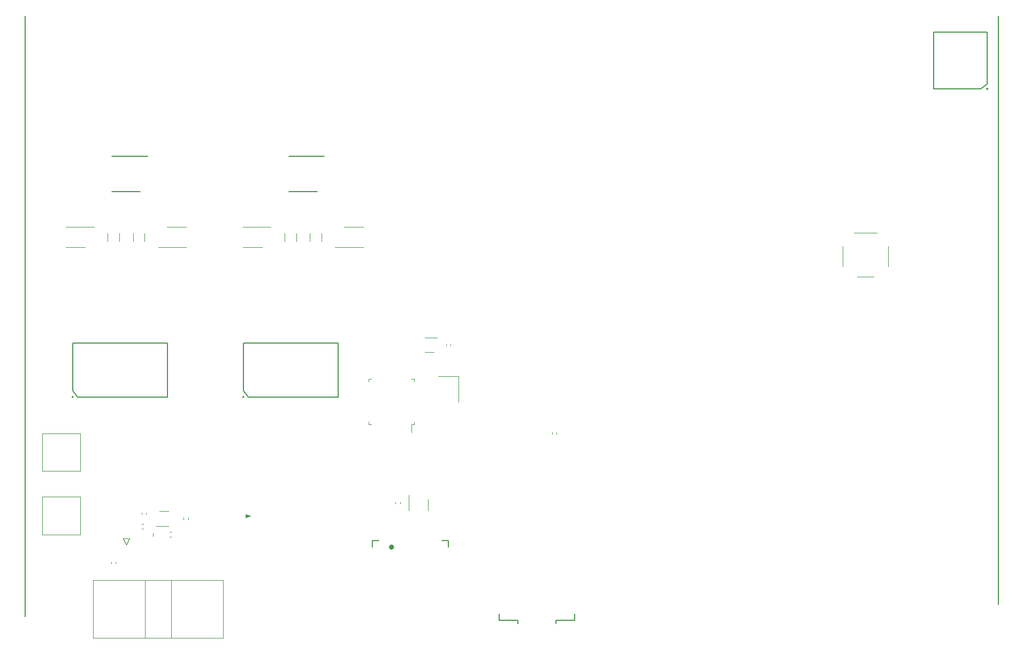
<source format=gbr>
%TF.GenerationSoftware,KiCad,Pcbnew,6.0.1-79c1e3a40b~116~ubuntu18.04.1*%
%TF.CreationDate,2022-01-20T05:24:45+01:00*%
%TF.ProjectId,ss_mb_mockup,73735f6d-625f-46d6-9f63-6b75702e6b69,Rev0.1*%
%TF.SameCoordinates,PX42c1d80PY93d1cc0*%
%TF.FileFunction,Legend,Bot*%
%TF.FilePolarity,Positive*%
%FSLAX46Y46*%
G04 Gerber Fmt 4.6, Leading zero omitted, Abs format (unit mm)*
G04 Created by KiCad (PCBNEW 6.0.1-79c1e3a40b~116~ubuntu18.04.1) date 2022-01-20 05:24:45*
%MOMM*%
%LPD*%
G01*
G04 APERTURE LIST*
%ADD10C,0.200000*%
%ADD11C,0.120000*%
%ADD12C,0.100000*%
%ADD13C,0.400000*%
%ADD14C,0.150000*%
G04 APERTURE END LIST*
D10*
X157000000Y0D02*
X157000000Y-93000000D01*
X3000000Y0D02*
X3000000Y-95000000D01*
D11*
%TO.C,C210*%
X69640000Y-51892164D02*
X69640000Y-52107836D01*
X70360000Y-51892164D02*
X70360000Y-52107836D01*
%TO.C,C1010*%
X21440000Y-78592164D02*
X21440000Y-78807836D01*
X22160000Y-78592164D02*
X22160000Y-78807836D01*
D12*
%TO.C,J201*%
X38666000Y-79110000D02*
X37904000Y-78856000D01*
X37904000Y-78856000D02*
X37904000Y-79364000D01*
X37904000Y-79364000D02*
X38666000Y-79110000D01*
G36*
X38666000Y-79110000D02*
G01*
X37904000Y-79364000D01*
X37904000Y-78856000D01*
X38666000Y-79110000D01*
G37*
X38666000Y-79110000D02*
X37904000Y-79364000D01*
X37904000Y-78856000D01*
X38666000Y-79110000D01*
D11*
%TO.C,R1212*%
X17910000Y-34397936D02*
X17910000Y-35602064D01*
X16090000Y-34397936D02*
X16090000Y-35602064D01*
%TO.C,R1505*%
X48090000Y-35602064D02*
X48090000Y-34397936D01*
X49910000Y-35602064D02*
X49910000Y-34397936D01*
%TO.C,R1512*%
X44090000Y-34397936D02*
X44090000Y-35602064D01*
X45910000Y-34397936D02*
X45910000Y-35602064D01*
%TO.C,SW2001*%
X5740000Y-76000000D02*
X5740000Y-82000000D01*
X11740000Y-76000000D02*
X5740000Y-76000000D01*
X5740000Y-82000000D02*
X11740000Y-82000000D01*
X11740000Y-82000000D02*
X11740000Y-76000000D01*
%TO.C,U201*%
X57390000Y-57840000D02*
X57390000Y-57390000D01*
X57390000Y-57390000D02*
X57840000Y-57390000D01*
X57390000Y-64610000D02*
X57840000Y-64610000D01*
X64610000Y-57840000D02*
X64610000Y-57390000D01*
X64610000Y-64610000D02*
X64160000Y-64610000D01*
X64610000Y-57390000D02*
X64160000Y-57390000D01*
X64610000Y-64160000D02*
X64610000Y-64610000D01*
X57390000Y-64160000D02*
X57390000Y-64610000D01*
X64160000Y-64610000D02*
X64160000Y-65900000D01*
%TO.C,U202*%
X67700000Y-53160000D02*
X66300000Y-53160000D01*
X66300000Y-50840000D02*
X68200000Y-50840000D01*
%TO.C,U1001*%
X66810000Y-76430000D02*
X66810000Y-78190000D01*
X63740000Y-78190000D02*
X63740000Y-75760000D01*
%TO.C,U1202*%
X27000000Y-33390000D02*
X28500000Y-33390000D01*
X27000000Y-33390000D02*
X25500000Y-33390000D01*
X27000000Y-36610000D02*
X28500000Y-36610000D01*
X27000000Y-36610000D02*
X24075000Y-36610000D01*
%TO.C,U1204*%
X11000000Y-33390000D02*
X9500000Y-33390000D01*
X11000000Y-36610000D02*
X12500000Y-36610000D01*
X11000000Y-33390000D02*
X13925000Y-33390000D01*
X11000000Y-36610000D02*
X9500000Y-36610000D01*
%TO.C,U1502*%
X55000000Y-33390000D02*
X56500000Y-33390000D01*
X55000000Y-33390000D02*
X53500000Y-33390000D01*
X55000000Y-36610000D02*
X56500000Y-36610000D01*
X55000000Y-36610000D02*
X52075000Y-36610000D01*
%TO.C,U1504*%
X39000000Y-33390000D02*
X37500000Y-33390000D01*
X39000000Y-33390000D02*
X41925000Y-33390000D01*
X39000000Y-36610000D02*
X40500000Y-36610000D01*
X39000000Y-36610000D02*
X37500000Y-36610000D01*
%TO.C,Y201*%
X71575000Y-57000000D02*
X71575000Y-61000000D01*
X68425000Y-57000000D02*
X71575000Y-57000000D01*
D10*
%TO.C,J1006*%
X70000000Y-83000000D02*
X70000000Y-84000000D01*
X58000000Y-83000000D02*
X59000000Y-83000000D01*
X58000000Y-84000000D02*
X58000000Y-83000000D01*
X69000000Y-83000000D02*
X70000000Y-83000000D01*
D13*
X61200000Y-84000000D02*
G75*
G03*
X61200000Y-84000000I-200000J0D01*
G01*
D11*
%TO.C,J1007*%
X19000000Y-83650000D02*
X18500000Y-82650000D01*
X13790000Y-98390000D02*
X34370000Y-98390000D01*
X34370000Y-98390000D02*
X34370000Y-89270000D01*
X19500000Y-82650000D02*
X19000000Y-83650000D01*
X18500000Y-82650000D02*
X19500000Y-82650000D01*
X34370000Y-89270000D02*
X13790000Y-89270000D01*
X22030000Y-89270000D02*
X22030000Y-98390000D01*
X26130000Y-89270000D02*
X26130000Y-98390000D01*
X13790000Y-89270000D02*
X13790000Y-98390000D01*
%TO.C,R1007*%
X28880000Y-79346359D02*
X28880000Y-79653641D01*
X28120000Y-79346359D02*
X28120000Y-79653641D01*
%TO.C,D1004*%
X23250000Y-81750000D02*
X23250000Y-82250000D01*
D10*
%TO.C,J303*%
X146750000Y-2500000D02*
X146750000Y-11500000D01*
X155250000Y-10750000D02*
X154250000Y-11500000D01*
X155250000Y-2500000D02*
X146750000Y-2500000D01*
X146750000Y-11500000D02*
X154250000Y-11500000D01*
X155250000Y-10750000D02*
X155250000Y-2500000D01*
X155350000Y-11500000D02*
G75*
G03*
X155350000Y-11500000I-100000J0D01*
G01*
%TO.C,J1001*%
X78000000Y-95600000D02*
X81000000Y-95600000D01*
X78000000Y-94600000D02*
X78000000Y-95600000D01*
X90000000Y-95600000D02*
X90000000Y-94600000D01*
X81000000Y-96100000D02*
X81000000Y-95600000D01*
X87000000Y-95600000D02*
X90000000Y-95600000D01*
X87000000Y-95600000D02*
X87000000Y-96100000D01*
%TO.C,J1002*%
X25540000Y-51750000D02*
X10540000Y-51750000D01*
X10540000Y-51750000D02*
X10540000Y-59250000D01*
X11290000Y-60250000D02*
X25540000Y-60250000D01*
X25540000Y-60250000D02*
X25540000Y-51750000D01*
X11290000Y-60250000D02*
X10540000Y-59250000D01*
X10640000Y-60250000D02*
G75*
G03*
X10640000Y-60250000I-100000J0D01*
G01*
%TO.C,J1003*%
X38290000Y-60250000D02*
X37540000Y-59250000D01*
X52540000Y-51750000D02*
X37540000Y-51750000D01*
X38290000Y-60250000D02*
X52540000Y-60250000D01*
X37540000Y-51750000D02*
X37540000Y-59250000D01*
X52540000Y-60250000D02*
X52540000Y-51750000D01*
X37640000Y-60250000D02*
G75*
G03*
X37640000Y-60250000I-100000J0D01*
G01*
D11*
%TO.C,J2203*%
X137300000Y-41200000D02*
X134700000Y-41200000D01*
X139600000Y-36400000D02*
X139600000Y-39600000D01*
X137800000Y-34320000D02*
X134200000Y-34320000D01*
X132400000Y-36400000D02*
X132400000Y-39600000D01*
%TO.C,R1205*%
X21910000Y-35602064D02*
X21910000Y-34397936D01*
X20090000Y-35602064D02*
X20090000Y-34397936D01*
%TO.C,R1008*%
X26153641Y-82380000D02*
X25846359Y-82380000D01*
X26153641Y-81620000D02*
X25846359Y-81620000D01*
%TO.C,U1002*%
X24300000Y-78340000D02*
X25700000Y-78340000D01*
X25700000Y-80660000D02*
X23800000Y-80660000D01*
%TO.C,C1004*%
X62360000Y-76892164D02*
X62360000Y-77107836D01*
X61640000Y-76892164D02*
X61640000Y-77107836D01*
%TO.C,C1008*%
X17360000Y-86607836D02*
X17360000Y-86392164D01*
X16640000Y-86607836D02*
X16640000Y-86392164D01*
D14*
%TO.C,U1503*%
X49250000Y-27725000D02*
X44750000Y-27725000D01*
X50375000Y-22175000D02*
X44750000Y-22175000D01*
%TO.C,U1203*%
X21250000Y-27725000D02*
X16750000Y-27725000D01*
X22375000Y-22175000D02*
X16750000Y-22175000D01*
D11*
%TO.C,SW2002*%
X5740000Y-72000000D02*
X11740000Y-72000000D01*
X5740000Y-66000000D02*
X5740000Y-72000000D01*
X11740000Y-66000000D02*
X5740000Y-66000000D01*
X11740000Y-72000000D02*
X11740000Y-66000000D01*
%TO.C,C2101*%
X87110000Y-66107836D02*
X87110000Y-65892164D01*
X86390000Y-66107836D02*
X86390000Y-65892164D01*
%TO.C,R1009*%
X21446359Y-81080000D02*
X21753641Y-81080000D01*
X21446359Y-80320000D02*
X21753641Y-80320000D01*
%TD*%
M02*

</source>
